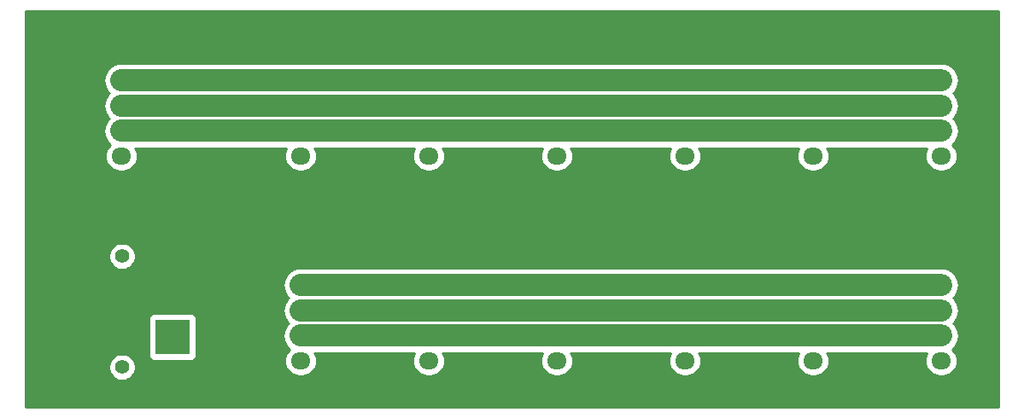
<source format=gbr>
%TF.GenerationSoftware,KiCad,Pcbnew,(5.1.9)-1*%
%TF.CreationDate,2021-11-24T00:24:37+00:00*%
%TF.ProjectId,4S parallel board,34532070-6172-4616-9c6c-656c20626f61,rev?*%
%TF.SameCoordinates,Original*%
%TF.FileFunction,Copper,L1,Top*%
%TF.FilePolarity,Positive*%
%FSLAX46Y46*%
G04 Gerber Fmt 4.6, Leading zero omitted, Abs format (unit mm)*
G04 Created by KiCad (PCBNEW (5.1.9)-1) date 2021-11-24 00:24:37*
%MOMM*%
%LPD*%
G01*
G04 APERTURE LIST*
%TA.AperFunction,ComponentPad*%
%ADD10O,1.950000X1.700000*%
%TD*%
%TA.AperFunction,ComponentPad*%
%ADD11C,1.400000*%
%TD*%
%TA.AperFunction,ComponentPad*%
%ADD12R,3.500000X3.500000*%
%TD*%
%TA.AperFunction,ComponentPad*%
%ADD13C,3.500000*%
%TD*%
%TA.AperFunction,Conductor*%
%ADD14C,2.200000*%
%TD*%
%TA.AperFunction,Conductor*%
%ADD15C,0.254000*%
%TD*%
%TA.AperFunction,Conductor*%
%ADD16C,0.100000*%
%TD*%
G04 APERTURE END LIST*
%TO.P,J8,1*%
%TO.N,VCC*%
%TA.AperFunction,ComponentPad*%
G36*
G01*
X166915000Y-96940000D02*
X168365000Y-96940000D01*
G75*
G02*
X168615000Y-97190000I0J-250000D01*
G01*
X168615000Y-98390000D01*
G75*
G02*
X168365000Y-98640000I-250000J0D01*
G01*
X166915000Y-98640000D01*
G75*
G02*
X166665000Y-98390000I0J250000D01*
G01*
X166665000Y-97190000D01*
G75*
G02*
X166915000Y-96940000I250000J0D01*
G01*
G37*
%TD.AperFunction*%
D10*
%TO.P,J8,2*%
%TO.N,/B2*%
X167640000Y-100290000D03*
%TO.P,J8,3*%
%TO.N,/B3*%
X167640000Y-102790000D03*
%TO.P,J8,4*%
%TO.N,/B4*%
X167640000Y-105290000D03*
%TO.P,J8,5*%
%TO.N,GND*%
X167640000Y-107790000D03*
%TD*%
%TO.P,J14,1*%
%TO.N,VCC*%
%TA.AperFunction,ComponentPad*%
G36*
G01*
X166915000Y-117260000D02*
X168365000Y-117260000D01*
G75*
G02*
X168615000Y-117510000I0J-250000D01*
G01*
X168615000Y-118710000D01*
G75*
G02*
X168365000Y-118960000I-250000J0D01*
G01*
X166915000Y-118960000D01*
G75*
G02*
X166665000Y-118710000I0J250000D01*
G01*
X166665000Y-117510000D01*
G75*
G02*
X166915000Y-117260000I250000J0D01*
G01*
G37*
%TD.AperFunction*%
%TO.P,J14,2*%
%TO.N,/B2*%
X167640000Y-120610000D03*
%TO.P,J14,3*%
%TO.N,/B3*%
X167640000Y-123110000D03*
%TO.P,J14,4*%
%TO.N,/B4*%
X167640000Y-125610000D03*
%TO.P,J14,5*%
%TO.N,GND*%
X167640000Y-128110000D03*
%TD*%
%TO.P,J13,1*%
%TO.N,VCC*%
%TA.AperFunction,ComponentPad*%
G36*
G01*
X154215000Y-117260000D02*
X155665000Y-117260000D01*
G75*
G02*
X155915000Y-117510000I0J-250000D01*
G01*
X155915000Y-118710000D01*
G75*
G02*
X155665000Y-118960000I-250000J0D01*
G01*
X154215000Y-118960000D01*
G75*
G02*
X153965000Y-118710000I0J250000D01*
G01*
X153965000Y-117510000D01*
G75*
G02*
X154215000Y-117260000I250000J0D01*
G01*
G37*
%TD.AperFunction*%
%TO.P,J13,2*%
%TO.N,/B2*%
X154940000Y-120610000D03*
%TO.P,J13,3*%
%TO.N,/B3*%
X154940000Y-123110000D03*
%TO.P,J13,4*%
%TO.N,/B4*%
X154940000Y-125610000D03*
%TO.P,J13,5*%
%TO.N,GND*%
X154940000Y-128110000D03*
%TD*%
%TO.P,J12,1*%
%TO.N,VCC*%
%TA.AperFunction,ComponentPad*%
G36*
G01*
X141515000Y-117260000D02*
X142965000Y-117260000D01*
G75*
G02*
X143215000Y-117510000I0J-250000D01*
G01*
X143215000Y-118710000D01*
G75*
G02*
X142965000Y-118960000I-250000J0D01*
G01*
X141515000Y-118960000D01*
G75*
G02*
X141265000Y-118710000I0J250000D01*
G01*
X141265000Y-117510000D01*
G75*
G02*
X141515000Y-117260000I250000J0D01*
G01*
G37*
%TD.AperFunction*%
%TO.P,J12,2*%
%TO.N,/B2*%
X142240000Y-120610000D03*
%TO.P,J12,3*%
%TO.N,/B3*%
X142240000Y-123110000D03*
%TO.P,J12,4*%
%TO.N,/B4*%
X142240000Y-125610000D03*
%TO.P,J12,5*%
%TO.N,GND*%
X142240000Y-128110000D03*
%TD*%
%TO.P,J11,1*%
%TO.N,VCC*%
%TA.AperFunction,ComponentPad*%
G36*
G01*
X128815000Y-117260000D02*
X130265000Y-117260000D01*
G75*
G02*
X130515000Y-117510000I0J-250000D01*
G01*
X130515000Y-118710000D01*
G75*
G02*
X130265000Y-118960000I-250000J0D01*
G01*
X128815000Y-118960000D01*
G75*
G02*
X128565000Y-118710000I0J250000D01*
G01*
X128565000Y-117510000D01*
G75*
G02*
X128815000Y-117260000I250000J0D01*
G01*
G37*
%TD.AperFunction*%
%TO.P,J11,2*%
%TO.N,/B2*%
X129540000Y-120610000D03*
%TO.P,J11,3*%
%TO.N,/B3*%
X129540000Y-123110000D03*
%TO.P,J11,4*%
%TO.N,/B4*%
X129540000Y-125610000D03*
%TO.P,J11,5*%
%TO.N,GND*%
X129540000Y-128110000D03*
%TD*%
%TO.P,J10,1*%
%TO.N,VCC*%
%TA.AperFunction,ComponentPad*%
G36*
G01*
X116115000Y-117260000D02*
X117565000Y-117260000D01*
G75*
G02*
X117815000Y-117510000I0J-250000D01*
G01*
X117815000Y-118710000D01*
G75*
G02*
X117565000Y-118960000I-250000J0D01*
G01*
X116115000Y-118960000D01*
G75*
G02*
X115865000Y-118710000I0J250000D01*
G01*
X115865000Y-117510000D01*
G75*
G02*
X116115000Y-117260000I250000J0D01*
G01*
G37*
%TD.AperFunction*%
%TO.P,J10,2*%
%TO.N,/B2*%
X116840000Y-120610000D03*
%TO.P,J10,3*%
%TO.N,/B3*%
X116840000Y-123110000D03*
%TO.P,J10,4*%
%TO.N,/B4*%
X116840000Y-125610000D03*
%TO.P,J10,5*%
%TO.N,GND*%
X116840000Y-128110000D03*
%TD*%
%TO.P,J9,1*%
%TO.N,VCC*%
%TA.AperFunction,ComponentPad*%
G36*
G01*
X103415000Y-117260000D02*
X104865000Y-117260000D01*
G75*
G02*
X105115000Y-117510000I0J-250000D01*
G01*
X105115000Y-118710000D01*
G75*
G02*
X104865000Y-118960000I-250000J0D01*
G01*
X103415000Y-118960000D01*
G75*
G02*
X103165000Y-118710000I0J250000D01*
G01*
X103165000Y-117510000D01*
G75*
G02*
X103415000Y-117260000I250000J0D01*
G01*
G37*
%TD.AperFunction*%
%TO.P,J9,2*%
%TO.N,/B2*%
X104140000Y-120610000D03*
%TO.P,J9,3*%
%TO.N,/B3*%
X104140000Y-123110000D03*
%TO.P,J9,4*%
%TO.N,/B4*%
X104140000Y-125610000D03*
%TO.P,J9,5*%
%TO.N,GND*%
X104140000Y-128110000D03*
%TD*%
%TO.P,J7,1*%
%TO.N,VCC*%
%TA.AperFunction,ComponentPad*%
G36*
G01*
X154215000Y-96940000D02*
X155665000Y-96940000D01*
G75*
G02*
X155915000Y-97190000I0J-250000D01*
G01*
X155915000Y-98390000D01*
G75*
G02*
X155665000Y-98640000I-250000J0D01*
G01*
X154215000Y-98640000D01*
G75*
G02*
X153965000Y-98390000I0J250000D01*
G01*
X153965000Y-97190000D01*
G75*
G02*
X154215000Y-96940000I250000J0D01*
G01*
G37*
%TD.AperFunction*%
%TO.P,J7,2*%
%TO.N,/B2*%
X154940000Y-100290000D03*
%TO.P,J7,3*%
%TO.N,/B3*%
X154940000Y-102790000D03*
%TO.P,J7,4*%
%TO.N,/B4*%
X154940000Y-105290000D03*
%TO.P,J7,5*%
%TO.N,GND*%
X154940000Y-107790000D03*
%TD*%
%TO.P,J6,1*%
%TO.N,VCC*%
%TA.AperFunction,ComponentPad*%
G36*
G01*
X141515000Y-96940000D02*
X142965000Y-96940000D01*
G75*
G02*
X143215000Y-97190000I0J-250000D01*
G01*
X143215000Y-98390000D01*
G75*
G02*
X142965000Y-98640000I-250000J0D01*
G01*
X141515000Y-98640000D01*
G75*
G02*
X141265000Y-98390000I0J250000D01*
G01*
X141265000Y-97190000D01*
G75*
G02*
X141515000Y-96940000I250000J0D01*
G01*
G37*
%TD.AperFunction*%
%TO.P,J6,2*%
%TO.N,/B2*%
X142240000Y-100290000D03*
%TO.P,J6,3*%
%TO.N,/B3*%
X142240000Y-102790000D03*
%TO.P,J6,4*%
%TO.N,/B4*%
X142240000Y-105290000D03*
%TO.P,J6,5*%
%TO.N,GND*%
X142240000Y-107790000D03*
%TD*%
%TO.P,J5,1*%
%TO.N,VCC*%
%TA.AperFunction,ComponentPad*%
G36*
G01*
X128815000Y-96940000D02*
X130265000Y-96940000D01*
G75*
G02*
X130515000Y-97190000I0J-250000D01*
G01*
X130515000Y-98390000D01*
G75*
G02*
X130265000Y-98640000I-250000J0D01*
G01*
X128815000Y-98640000D01*
G75*
G02*
X128565000Y-98390000I0J250000D01*
G01*
X128565000Y-97190000D01*
G75*
G02*
X128815000Y-96940000I250000J0D01*
G01*
G37*
%TD.AperFunction*%
%TO.P,J5,2*%
%TO.N,/B2*%
X129540000Y-100290000D03*
%TO.P,J5,3*%
%TO.N,/B3*%
X129540000Y-102790000D03*
%TO.P,J5,4*%
%TO.N,/B4*%
X129540000Y-105290000D03*
%TO.P,J5,5*%
%TO.N,GND*%
X129540000Y-107790000D03*
%TD*%
%TO.P,J4,1*%
%TO.N,VCC*%
%TA.AperFunction,ComponentPad*%
G36*
G01*
X116115000Y-96940000D02*
X117565000Y-96940000D01*
G75*
G02*
X117815000Y-97190000I0J-250000D01*
G01*
X117815000Y-98390000D01*
G75*
G02*
X117565000Y-98640000I-250000J0D01*
G01*
X116115000Y-98640000D01*
G75*
G02*
X115865000Y-98390000I0J250000D01*
G01*
X115865000Y-97190000D01*
G75*
G02*
X116115000Y-96940000I250000J0D01*
G01*
G37*
%TD.AperFunction*%
%TO.P,J4,2*%
%TO.N,/B2*%
X116840000Y-100290000D03*
%TO.P,J4,3*%
%TO.N,/B3*%
X116840000Y-102790000D03*
%TO.P,J4,4*%
%TO.N,/B4*%
X116840000Y-105290000D03*
%TO.P,J4,5*%
%TO.N,GND*%
X116840000Y-107790000D03*
%TD*%
%TO.P,J3,1*%
%TO.N,VCC*%
%TA.AperFunction,ComponentPad*%
G36*
G01*
X103415000Y-96940000D02*
X104865000Y-96940000D01*
G75*
G02*
X105115000Y-97190000I0J-250000D01*
G01*
X105115000Y-98390000D01*
G75*
G02*
X104865000Y-98640000I-250000J0D01*
G01*
X103415000Y-98640000D01*
G75*
G02*
X103165000Y-98390000I0J250000D01*
G01*
X103165000Y-97190000D01*
G75*
G02*
X103415000Y-96940000I250000J0D01*
G01*
G37*
%TD.AperFunction*%
%TO.P,J3,2*%
%TO.N,/B2*%
X104140000Y-100290000D03*
%TO.P,J3,3*%
%TO.N,/B3*%
X104140000Y-102790000D03*
%TO.P,J3,4*%
%TO.N,/B4*%
X104140000Y-105290000D03*
%TO.P,J3,5*%
%TO.N,GND*%
X104140000Y-107790000D03*
%TD*%
%TO.P,J2,5*%
%TO.N,GND*%
X86360000Y-107790000D03*
%TO.P,J2,4*%
%TO.N,/B4*%
X86360000Y-105290000D03*
%TO.P,J2,3*%
%TO.N,/B3*%
X86360000Y-102790000D03*
%TO.P,J2,2*%
%TO.N,/B2*%
X86360000Y-100290000D03*
%TO.P,J2,1*%
%TO.N,VCC*%
%TA.AperFunction,ComponentPad*%
G36*
G01*
X85635000Y-96940000D02*
X87085000Y-96940000D01*
G75*
G02*
X87335000Y-97190000I0J-250000D01*
G01*
X87335000Y-98390000D01*
G75*
G02*
X87085000Y-98640000I-250000J0D01*
G01*
X85635000Y-98640000D01*
G75*
G02*
X85385000Y-98390000I0J250000D01*
G01*
X85385000Y-97190000D01*
G75*
G02*
X85635000Y-96940000I250000J0D01*
G01*
G37*
%TD.AperFunction*%
%TD*%
D11*
%TO.P,J1,*%
%TO.N,*%
X86440000Y-128730000D03*
X86440000Y-117730000D03*
D12*
%TO.P,J1,1*%
%TO.N,GND*%
X91440000Y-125730000D03*
D13*
%TO.P,J1,2*%
%TO.N,VCC*%
X91440000Y-120730000D03*
%TD*%
D14*
%TO.N,/B4*%
X86360000Y-105290000D02*
X167640000Y-105290000D01*
X167640000Y-125610000D02*
X104140000Y-125610000D01*
%TO.N,/B3*%
X86360000Y-102790000D02*
X167640000Y-102790000D01*
X104140000Y-123110000D02*
X167640000Y-123110000D01*
%TO.N,/B2*%
X86360000Y-100290000D02*
X167640000Y-100290000D01*
X104140000Y-120610000D02*
X167640000Y-120610000D01*
%TD*%
D15*
%TO.N,VCC*%
X173305001Y-132665000D02*
X76885000Y-132665000D01*
X76885000Y-128598514D01*
X85105000Y-128598514D01*
X85105000Y-128861486D01*
X85156304Y-129119405D01*
X85256939Y-129362359D01*
X85403038Y-129581013D01*
X85588987Y-129766962D01*
X85807641Y-129913061D01*
X86050595Y-130013696D01*
X86308514Y-130065000D01*
X86571486Y-130065000D01*
X86829405Y-130013696D01*
X87072359Y-129913061D01*
X87291013Y-129766962D01*
X87476962Y-129581013D01*
X87623061Y-129362359D01*
X87723696Y-129119405D01*
X87775000Y-128861486D01*
X87775000Y-128598514D01*
X87723696Y-128340595D01*
X87623061Y-128097641D01*
X87476962Y-127878987D01*
X87291013Y-127693038D01*
X87072359Y-127546939D01*
X86829405Y-127446304D01*
X86571486Y-127395000D01*
X86308514Y-127395000D01*
X86050595Y-127446304D01*
X85807641Y-127546939D01*
X85588987Y-127693038D01*
X85403038Y-127878987D01*
X85256939Y-128097641D01*
X85156304Y-128340595D01*
X85105000Y-128598514D01*
X76885000Y-128598514D01*
X76885000Y-123980000D01*
X89051928Y-123980000D01*
X89051928Y-127480000D01*
X89064188Y-127604482D01*
X89100498Y-127724180D01*
X89159463Y-127834494D01*
X89238815Y-127931185D01*
X89335506Y-128010537D01*
X89445820Y-128069502D01*
X89565518Y-128105812D01*
X89690000Y-128118072D01*
X93190000Y-128118072D01*
X93314482Y-128105812D01*
X93434180Y-128069502D01*
X93544494Y-128010537D01*
X93641185Y-127931185D01*
X93720537Y-127834494D01*
X93779502Y-127724180D01*
X93815812Y-127604482D01*
X93828072Y-127480000D01*
X93828072Y-123980000D01*
X93815812Y-123855518D01*
X93779502Y-123735820D01*
X93720537Y-123625506D01*
X93641185Y-123528815D01*
X93544494Y-123449463D01*
X93434180Y-123390498D01*
X93314482Y-123354188D01*
X93190000Y-123341928D01*
X89690000Y-123341928D01*
X89565518Y-123354188D01*
X89445820Y-123390498D01*
X89335506Y-123449463D01*
X89238815Y-123528815D01*
X89159463Y-123625506D01*
X89100498Y-123735820D01*
X89064188Y-123855518D01*
X89051928Y-123980000D01*
X76885000Y-123980000D01*
X76885000Y-120610000D01*
X102396606Y-120610000D01*
X102430105Y-120950119D01*
X102529314Y-121277168D01*
X102690421Y-121578578D01*
X102907234Y-121842766D01*
X102928234Y-121860000D01*
X102907234Y-121877234D01*
X102690421Y-122141422D01*
X102529314Y-122442832D01*
X102430105Y-122769881D01*
X102396606Y-123110000D01*
X102430105Y-123450119D01*
X102529314Y-123777168D01*
X102690421Y-124078578D01*
X102907234Y-124342766D01*
X102928234Y-124360000D01*
X102907234Y-124377234D01*
X102690421Y-124641422D01*
X102529314Y-124942832D01*
X102430105Y-125269881D01*
X102396606Y-125610000D01*
X102430105Y-125950119D01*
X102529314Y-126277168D01*
X102690421Y-126578578D01*
X102907234Y-126842766D01*
X103062772Y-126970413D01*
X102959866Y-127054866D01*
X102774294Y-127280986D01*
X102636401Y-127538966D01*
X102551487Y-127818889D01*
X102522815Y-128110000D01*
X102551487Y-128401111D01*
X102636401Y-128681034D01*
X102774294Y-128939014D01*
X102959866Y-129165134D01*
X103185986Y-129350706D01*
X103443966Y-129488599D01*
X103723889Y-129573513D01*
X103942050Y-129595000D01*
X104337950Y-129595000D01*
X104556111Y-129573513D01*
X104836034Y-129488599D01*
X105094014Y-129350706D01*
X105320134Y-129165134D01*
X105505706Y-128939014D01*
X105643599Y-128681034D01*
X105728513Y-128401111D01*
X105757185Y-128110000D01*
X105728513Y-127818889D01*
X105643599Y-127538966D01*
X105539922Y-127345000D01*
X115440078Y-127345000D01*
X115336401Y-127538966D01*
X115251487Y-127818889D01*
X115222815Y-128110000D01*
X115251487Y-128401111D01*
X115336401Y-128681034D01*
X115474294Y-128939014D01*
X115659866Y-129165134D01*
X115885986Y-129350706D01*
X116143966Y-129488599D01*
X116423889Y-129573513D01*
X116642050Y-129595000D01*
X117037950Y-129595000D01*
X117256111Y-129573513D01*
X117536034Y-129488599D01*
X117794014Y-129350706D01*
X118020134Y-129165134D01*
X118205706Y-128939014D01*
X118343599Y-128681034D01*
X118428513Y-128401111D01*
X118457185Y-128110000D01*
X118428513Y-127818889D01*
X118343599Y-127538966D01*
X118239922Y-127345000D01*
X128140078Y-127345000D01*
X128036401Y-127538966D01*
X127951487Y-127818889D01*
X127922815Y-128110000D01*
X127951487Y-128401111D01*
X128036401Y-128681034D01*
X128174294Y-128939014D01*
X128359866Y-129165134D01*
X128585986Y-129350706D01*
X128843966Y-129488599D01*
X129123889Y-129573513D01*
X129342050Y-129595000D01*
X129737950Y-129595000D01*
X129956111Y-129573513D01*
X130236034Y-129488599D01*
X130494014Y-129350706D01*
X130720134Y-129165134D01*
X130905706Y-128939014D01*
X131043599Y-128681034D01*
X131128513Y-128401111D01*
X131157185Y-128110000D01*
X131128513Y-127818889D01*
X131043599Y-127538966D01*
X130939922Y-127345000D01*
X140840078Y-127345000D01*
X140736401Y-127538966D01*
X140651487Y-127818889D01*
X140622815Y-128110000D01*
X140651487Y-128401111D01*
X140736401Y-128681034D01*
X140874294Y-128939014D01*
X141059866Y-129165134D01*
X141285986Y-129350706D01*
X141543966Y-129488599D01*
X141823889Y-129573513D01*
X142042050Y-129595000D01*
X142437950Y-129595000D01*
X142656111Y-129573513D01*
X142936034Y-129488599D01*
X143194014Y-129350706D01*
X143420134Y-129165134D01*
X143605706Y-128939014D01*
X143743599Y-128681034D01*
X143828513Y-128401111D01*
X143857185Y-128110000D01*
X143828513Y-127818889D01*
X143743599Y-127538966D01*
X143639922Y-127345000D01*
X153540078Y-127345000D01*
X153436401Y-127538966D01*
X153351487Y-127818889D01*
X153322815Y-128110000D01*
X153351487Y-128401111D01*
X153436401Y-128681034D01*
X153574294Y-128939014D01*
X153759866Y-129165134D01*
X153985986Y-129350706D01*
X154243966Y-129488599D01*
X154523889Y-129573513D01*
X154742050Y-129595000D01*
X155137950Y-129595000D01*
X155356111Y-129573513D01*
X155636034Y-129488599D01*
X155894014Y-129350706D01*
X156120134Y-129165134D01*
X156305706Y-128939014D01*
X156443599Y-128681034D01*
X156528513Y-128401111D01*
X156557185Y-128110000D01*
X156528513Y-127818889D01*
X156443599Y-127538966D01*
X156339922Y-127345000D01*
X166240078Y-127345000D01*
X166136401Y-127538966D01*
X166051487Y-127818889D01*
X166022815Y-128110000D01*
X166051487Y-128401111D01*
X166136401Y-128681034D01*
X166274294Y-128939014D01*
X166459866Y-129165134D01*
X166685986Y-129350706D01*
X166943966Y-129488599D01*
X167223889Y-129573513D01*
X167442050Y-129595000D01*
X167837950Y-129595000D01*
X168056111Y-129573513D01*
X168336034Y-129488599D01*
X168594014Y-129350706D01*
X168820134Y-129165134D01*
X169005706Y-128939014D01*
X169143599Y-128681034D01*
X169228513Y-128401111D01*
X169257185Y-128110000D01*
X169228513Y-127818889D01*
X169143599Y-127538966D01*
X169005706Y-127280986D01*
X168820134Y-127054866D01*
X168717228Y-126970413D01*
X168872766Y-126842766D01*
X169089579Y-126578578D01*
X169250686Y-126277168D01*
X169349895Y-125950119D01*
X169383394Y-125610000D01*
X169349895Y-125269881D01*
X169250686Y-124942832D01*
X169089579Y-124641422D01*
X168872766Y-124377234D01*
X168851766Y-124360000D01*
X168872766Y-124342766D01*
X169089579Y-124078578D01*
X169250686Y-123777168D01*
X169349895Y-123450119D01*
X169383394Y-123110000D01*
X169349895Y-122769881D01*
X169250686Y-122442832D01*
X169089579Y-122141422D01*
X168872766Y-121877234D01*
X168851766Y-121860000D01*
X168872766Y-121842766D01*
X169089579Y-121578578D01*
X169250686Y-121277168D01*
X169349895Y-120950119D01*
X169383394Y-120610000D01*
X169349895Y-120269881D01*
X169250686Y-119942832D01*
X169089579Y-119641422D01*
X168872766Y-119377234D01*
X168608578Y-119160421D01*
X168307168Y-118999314D01*
X167980119Y-118900105D01*
X167725225Y-118875000D01*
X104054775Y-118875000D01*
X103799881Y-118900105D01*
X103472832Y-118999314D01*
X103171422Y-119160421D01*
X102907234Y-119377234D01*
X102690421Y-119641422D01*
X102529314Y-119942832D01*
X102430105Y-120269881D01*
X102396606Y-120610000D01*
X76885000Y-120610000D01*
X76885000Y-117598514D01*
X85105000Y-117598514D01*
X85105000Y-117861486D01*
X85156304Y-118119405D01*
X85256939Y-118362359D01*
X85403038Y-118581013D01*
X85588987Y-118766962D01*
X85807641Y-118913061D01*
X86050595Y-119013696D01*
X86308514Y-119065000D01*
X86571486Y-119065000D01*
X86829405Y-119013696D01*
X87072359Y-118913061D01*
X87291013Y-118766962D01*
X87476962Y-118581013D01*
X87623061Y-118362359D01*
X87723696Y-118119405D01*
X87775000Y-117861486D01*
X87775000Y-117598514D01*
X87723696Y-117340595D01*
X87623061Y-117097641D01*
X87476962Y-116878987D01*
X87291013Y-116693038D01*
X87072359Y-116546939D01*
X86829405Y-116446304D01*
X86571486Y-116395000D01*
X86308514Y-116395000D01*
X86050595Y-116446304D01*
X85807641Y-116546939D01*
X85588987Y-116693038D01*
X85403038Y-116878987D01*
X85256939Y-117097641D01*
X85156304Y-117340595D01*
X85105000Y-117598514D01*
X76885000Y-117598514D01*
X76885000Y-100290000D01*
X84616606Y-100290000D01*
X84650105Y-100630119D01*
X84749314Y-100957168D01*
X84910421Y-101258578D01*
X85127234Y-101522766D01*
X85148234Y-101540000D01*
X85127234Y-101557234D01*
X84910421Y-101821422D01*
X84749314Y-102122832D01*
X84650105Y-102449881D01*
X84616606Y-102790000D01*
X84650105Y-103130119D01*
X84749314Y-103457168D01*
X84910421Y-103758578D01*
X85127234Y-104022766D01*
X85148234Y-104040000D01*
X85127234Y-104057234D01*
X84910421Y-104321422D01*
X84749314Y-104622832D01*
X84650105Y-104949881D01*
X84616606Y-105290000D01*
X84650105Y-105630119D01*
X84749314Y-105957168D01*
X84910421Y-106258578D01*
X85127234Y-106522766D01*
X85282772Y-106650413D01*
X85179866Y-106734866D01*
X84994294Y-106960986D01*
X84856401Y-107218966D01*
X84771487Y-107498889D01*
X84742815Y-107790000D01*
X84771487Y-108081111D01*
X84856401Y-108361034D01*
X84994294Y-108619014D01*
X85179866Y-108845134D01*
X85405986Y-109030706D01*
X85663966Y-109168599D01*
X85943889Y-109253513D01*
X86162050Y-109275000D01*
X86557950Y-109275000D01*
X86776111Y-109253513D01*
X87056034Y-109168599D01*
X87314014Y-109030706D01*
X87540134Y-108845134D01*
X87725706Y-108619014D01*
X87863599Y-108361034D01*
X87948513Y-108081111D01*
X87977185Y-107790000D01*
X87948513Y-107498889D01*
X87863599Y-107218966D01*
X87759922Y-107025000D01*
X102740078Y-107025000D01*
X102636401Y-107218966D01*
X102551487Y-107498889D01*
X102522815Y-107790000D01*
X102551487Y-108081111D01*
X102636401Y-108361034D01*
X102774294Y-108619014D01*
X102959866Y-108845134D01*
X103185986Y-109030706D01*
X103443966Y-109168599D01*
X103723889Y-109253513D01*
X103942050Y-109275000D01*
X104337950Y-109275000D01*
X104556111Y-109253513D01*
X104836034Y-109168599D01*
X105094014Y-109030706D01*
X105320134Y-108845134D01*
X105505706Y-108619014D01*
X105643599Y-108361034D01*
X105728513Y-108081111D01*
X105757185Y-107790000D01*
X105728513Y-107498889D01*
X105643599Y-107218966D01*
X105539922Y-107025000D01*
X115440078Y-107025000D01*
X115336401Y-107218966D01*
X115251487Y-107498889D01*
X115222815Y-107790000D01*
X115251487Y-108081111D01*
X115336401Y-108361034D01*
X115474294Y-108619014D01*
X115659866Y-108845134D01*
X115885986Y-109030706D01*
X116143966Y-109168599D01*
X116423889Y-109253513D01*
X116642050Y-109275000D01*
X117037950Y-109275000D01*
X117256111Y-109253513D01*
X117536034Y-109168599D01*
X117794014Y-109030706D01*
X118020134Y-108845134D01*
X118205706Y-108619014D01*
X118343599Y-108361034D01*
X118428513Y-108081111D01*
X118457185Y-107790000D01*
X118428513Y-107498889D01*
X118343599Y-107218966D01*
X118239922Y-107025000D01*
X128140078Y-107025000D01*
X128036401Y-107218966D01*
X127951487Y-107498889D01*
X127922815Y-107790000D01*
X127951487Y-108081111D01*
X128036401Y-108361034D01*
X128174294Y-108619014D01*
X128359866Y-108845134D01*
X128585986Y-109030706D01*
X128843966Y-109168599D01*
X129123889Y-109253513D01*
X129342050Y-109275000D01*
X129737950Y-109275000D01*
X129956111Y-109253513D01*
X130236034Y-109168599D01*
X130494014Y-109030706D01*
X130720134Y-108845134D01*
X130905706Y-108619014D01*
X131043599Y-108361034D01*
X131128513Y-108081111D01*
X131157185Y-107790000D01*
X131128513Y-107498889D01*
X131043599Y-107218966D01*
X130939922Y-107025000D01*
X140840078Y-107025000D01*
X140736401Y-107218966D01*
X140651487Y-107498889D01*
X140622815Y-107790000D01*
X140651487Y-108081111D01*
X140736401Y-108361034D01*
X140874294Y-108619014D01*
X141059866Y-108845134D01*
X141285986Y-109030706D01*
X141543966Y-109168599D01*
X141823889Y-109253513D01*
X142042050Y-109275000D01*
X142437950Y-109275000D01*
X142656111Y-109253513D01*
X142936034Y-109168599D01*
X143194014Y-109030706D01*
X143420134Y-108845134D01*
X143605706Y-108619014D01*
X143743599Y-108361034D01*
X143828513Y-108081111D01*
X143857185Y-107790000D01*
X143828513Y-107498889D01*
X143743599Y-107218966D01*
X143639922Y-107025000D01*
X153540078Y-107025000D01*
X153436401Y-107218966D01*
X153351487Y-107498889D01*
X153322815Y-107790000D01*
X153351487Y-108081111D01*
X153436401Y-108361034D01*
X153574294Y-108619014D01*
X153759866Y-108845134D01*
X153985986Y-109030706D01*
X154243966Y-109168599D01*
X154523889Y-109253513D01*
X154742050Y-109275000D01*
X155137950Y-109275000D01*
X155356111Y-109253513D01*
X155636034Y-109168599D01*
X155894014Y-109030706D01*
X156120134Y-108845134D01*
X156305706Y-108619014D01*
X156443599Y-108361034D01*
X156528513Y-108081111D01*
X156557185Y-107790000D01*
X156528513Y-107498889D01*
X156443599Y-107218966D01*
X156339922Y-107025000D01*
X166240078Y-107025000D01*
X166136401Y-107218966D01*
X166051487Y-107498889D01*
X166022815Y-107790000D01*
X166051487Y-108081111D01*
X166136401Y-108361034D01*
X166274294Y-108619014D01*
X166459866Y-108845134D01*
X166685986Y-109030706D01*
X166943966Y-109168599D01*
X167223889Y-109253513D01*
X167442050Y-109275000D01*
X167837950Y-109275000D01*
X168056111Y-109253513D01*
X168336034Y-109168599D01*
X168594014Y-109030706D01*
X168820134Y-108845134D01*
X169005706Y-108619014D01*
X169143599Y-108361034D01*
X169228513Y-108081111D01*
X169257185Y-107790000D01*
X169228513Y-107498889D01*
X169143599Y-107218966D01*
X169005706Y-106960986D01*
X168820134Y-106734866D01*
X168717228Y-106650413D01*
X168872766Y-106522766D01*
X169089579Y-106258578D01*
X169250686Y-105957168D01*
X169349895Y-105630119D01*
X169383394Y-105290000D01*
X169349895Y-104949881D01*
X169250686Y-104622832D01*
X169089579Y-104321422D01*
X168872766Y-104057234D01*
X168851766Y-104040000D01*
X168872766Y-104022766D01*
X169089579Y-103758578D01*
X169250686Y-103457168D01*
X169349895Y-103130119D01*
X169383394Y-102790000D01*
X169349895Y-102449881D01*
X169250686Y-102122832D01*
X169089579Y-101821422D01*
X168872766Y-101557234D01*
X168851766Y-101540000D01*
X168872766Y-101522766D01*
X169089579Y-101258578D01*
X169250686Y-100957168D01*
X169349895Y-100630119D01*
X169383394Y-100290000D01*
X169349895Y-99949881D01*
X169250686Y-99622832D01*
X169089579Y-99321422D01*
X168872766Y-99057234D01*
X168608578Y-98840421D01*
X168307168Y-98679314D01*
X167980119Y-98580105D01*
X167725225Y-98555000D01*
X86274775Y-98555000D01*
X86019881Y-98580105D01*
X85692832Y-98679314D01*
X85391422Y-98840421D01*
X85127234Y-99057234D01*
X84910421Y-99321422D01*
X84749314Y-99622832D01*
X84650105Y-99949881D01*
X84616606Y-100290000D01*
X76885000Y-100290000D01*
X76885000Y-93395000D01*
X173305000Y-93395000D01*
X173305001Y-132665000D01*
%TA.AperFunction,Conductor*%
D16*
G36*
X173305001Y-132665000D02*
G01*
X76885000Y-132665000D01*
X76885000Y-128598514D01*
X85105000Y-128598514D01*
X85105000Y-128861486D01*
X85156304Y-129119405D01*
X85256939Y-129362359D01*
X85403038Y-129581013D01*
X85588987Y-129766962D01*
X85807641Y-129913061D01*
X86050595Y-130013696D01*
X86308514Y-130065000D01*
X86571486Y-130065000D01*
X86829405Y-130013696D01*
X87072359Y-129913061D01*
X87291013Y-129766962D01*
X87476962Y-129581013D01*
X87623061Y-129362359D01*
X87723696Y-129119405D01*
X87775000Y-128861486D01*
X87775000Y-128598514D01*
X87723696Y-128340595D01*
X87623061Y-128097641D01*
X87476962Y-127878987D01*
X87291013Y-127693038D01*
X87072359Y-127546939D01*
X86829405Y-127446304D01*
X86571486Y-127395000D01*
X86308514Y-127395000D01*
X86050595Y-127446304D01*
X85807641Y-127546939D01*
X85588987Y-127693038D01*
X85403038Y-127878987D01*
X85256939Y-128097641D01*
X85156304Y-128340595D01*
X85105000Y-128598514D01*
X76885000Y-128598514D01*
X76885000Y-123980000D01*
X89051928Y-123980000D01*
X89051928Y-127480000D01*
X89064188Y-127604482D01*
X89100498Y-127724180D01*
X89159463Y-127834494D01*
X89238815Y-127931185D01*
X89335506Y-128010537D01*
X89445820Y-128069502D01*
X89565518Y-128105812D01*
X89690000Y-128118072D01*
X93190000Y-128118072D01*
X93314482Y-128105812D01*
X93434180Y-128069502D01*
X93544494Y-128010537D01*
X93641185Y-127931185D01*
X93720537Y-127834494D01*
X93779502Y-127724180D01*
X93815812Y-127604482D01*
X93828072Y-127480000D01*
X93828072Y-123980000D01*
X93815812Y-123855518D01*
X93779502Y-123735820D01*
X93720537Y-123625506D01*
X93641185Y-123528815D01*
X93544494Y-123449463D01*
X93434180Y-123390498D01*
X93314482Y-123354188D01*
X93190000Y-123341928D01*
X89690000Y-123341928D01*
X89565518Y-123354188D01*
X89445820Y-123390498D01*
X89335506Y-123449463D01*
X89238815Y-123528815D01*
X89159463Y-123625506D01*
X89100498Y-123735820D01*
X89064188Y-123855518D01*
X89051928Y-123980000D01*
X76885000Y-123980000D01*
X76885000Y-120610000D01*
X102396606Y-120610000D01*
X102430105Y-120950119D01*
X102529314Y-121277168D01*
X102690421Y-121578578D01*
X102907234Y-121842766D01*
X102928234Y-121860000D01*
X102907234Y-121877234D01*
X102690421Y-122141422D01*
X102529314Y-122442832D01*
X102430105Y-122769881D01*
X102396606Y-123110000D01*
X102430105Y-123450119D01*
X102529314Y-123777168D01*
X102690421Y-124078578D01*
X102907234Y-124342766D01*
X102928234Y-124360000D01*
X102907234Y-124377234D01*
X102690421Y-124641422D01*
X102529314Y-124942832D01*
X102430105Y-125269881D01*
X102396606Y-125610000D01*
X102430105Y-125950119D01*
X102529314Y-126277168D01*
X102690421Y-126578578D01*
X102907234Y-126842766D01*
X103062772Y-126970413D01*
X102959866Y-127054866D01*
X102774294Y-127280986D01*
X102636401Y-127538966D01*
X102551487Y-127818889D01*
X102522815Y-128110000D01*
X102551487Y-128401111D01*
X102636401Y-128681034D01*
X102774294Y-128939014D01*
X102959866Y-129165134D01*
X103185986Y-129350706D01*
X103443966Y-129488599D01*
X103723889Y-129573513D01*
X103942050Y-129595000D01*
X104337950Y-129595000D01*
X104556111Y-129573513D01*
X104836034Y-129488599D01*
X105094014Y-129350706D01*
X105320134Y-129165134D01*
X105505706Y-128939014D01*
X105643599Y-128681034D01*
X105728513Y-128401111D01*
X105757185Y-128110000D01*
X105728513Y-127818889D01*
X105643599Y-127538966D01*
X105539922Y-127345000D01*
X115440078Y-127345000D01*
X115336401Y-127538966D01*
X115251487Y-127818889D01*
X115222815Y-128110000D01*
X115251487Y-128401111D01*
X115336401Y-128681034D01*
X115474294Y-128939014D01*
X115659866Y-129165134D01*
X115885986Y-129350706D01*
X116143966Y-129488599D01*
X116423889Y-129573513D01*
X116642050Y-129595000D01*
X117037950Y-129595000D01*
X117256111Y-129573513D01*
X117536034Y-129488599D01*
X117794014Y-129350706D01*
X118020134Y-129165134D01*
X118205706Y-128939014D01*
X118343599Y-128681034D01*
X118428513Y-128401111D01*
X118457185Y-128110000D01*
X118428513Y-127818889D01*
X118343599Y-127538966D01*
X118239922Y-127345000D01*
X128140078Y-127345000D01*
X128036401Y-127538966D01*
X127951487Y-127818889D01*
X127922815Y-128110000D01*
X127951487Y-128401111D01*
X128036401Y-128681034D01*
X128174294Y-128939014D01*
X128359866Y-129165134D01*
X128585986Y-129350706D01*
X128843966Y-129488599D01*
X129123889Y-129573513D01*
X129342050Y-129595000D01*
X129737950Y-129595000D01*
X129956111Y-129573513D01*
X130236034Y-129488599D01*
X130494014Y-129350706D01*
X130720134Y-129165134D01*
X130905706Y-128939014D01*
X131043599Y-128681034D01*
X131128513Y-128401111D01*
X131157185Y-128110000D01*
X131128513Y-127818889D01*
X131043599Y-127538966D01*
X130939922Y-127345000D01*
X140840078Y-127345000D01*
X140736401Y-127538966D01*
X140651487Y-127818889D01*
X140622815Y-128110000D01*
X140651487Y-128401111D01*
X140736401Y-128681034D01*
X140874294Y-128939014D01*
X141059866Y-129165134D01*
X141285986Y-129350706D01*
X141543966Y-129488599D01*
X141823889Y-129573513D01*
X142042050Y-129595000D01*
X142437950Y-129595000D01*
X142656111Y-129573513D01*
X142936034Y-129488599D01*
X143194014Y-129350706D01*
X143420134Y-129165134D01*
X143605706Y-128939014D01*
X143743599Y-128681034D01*
X143828513Y-128401111D01*
X143857185Y-128110000D01*
X143828513Y-127818889D01*
X143743599Y-127538966D01*
X143639922Y-127345000D01*
X153540078Y-127345000D01*
X153436401Y-127538966D01*
X153351487Y-127818889D01*
X153322815Y-128110000D01*
X153351487Y-128401111D01*
X153436401Y-128681034D01*
X153574294Y-128939014D01*
X153759866Y-129165134D01*
X153985986Y-129350706D01*
X154243966Y-129488599D01*
X154523889Y-129573513D01*
X154742050Y-129595000D01*
X155137950Y-129595000D01*
X155356111Y-129573513D01*
X155636034Y-129488599D01*
X155894014Y-129350706D01*
X156120134Y-129165134D01*
X156305706Y-128939014D01*
X156443599Y-128681034D01*
X156528513Y-128401111D01*
X156557185Y-128110000D01*
X156528513Y-127818889D01*
X156443599Y-127538966D01*
X156339922Y-127345000D01*
X166240078Y-127345000D01*
X166136401Y-127538966D01*
X166051487Y-127818889D01*
X166022815Y-128110000D01*
X166051487Y-128401111D01*
X166136401Y-128681034D01*
X166274294Y-128939014D01*
X166459866Y-129165134D01*
X166685986Y-129350706D01*
X166943966Y-129488599D01*
X167223889Y-129573513D01*
X167442050Y-129595000D01*
X167837950Y-129595000D01*
X168056111Y-129573513D01*
X168336034Y-129488599D01*
X168594014Y-129350706D01*
X168820134Y-129165134D01*
X169005706Y-128939014D01*
X169143599Y-128681034D01*
X169228513Y-128401111D01*
X169257185Y-128110000D01*
X169228513Y-127818889D01*
X169143599Y-127538966D01*
X169005706Y-127280986D01*
X168820134Y-127054866D01*
X168717228Y-126970413D01*
X168872766Y-126842766D01*
X169089579Y-126578578D01*
X169250686Y-126277168D01*
X169349895Y-125950119D01*
X169383394Y-125610000D01*
X169349895Y-125269881D01*
X169250686Y-124942832D01*
X169089579Y-124641422D01*
X168872766Y-124377234D01*
X168851766Y-124360000D01*
X168872766Y-124342766D01*
X169089579Y-124078578D01*
X169250686Y-123777168D01*
X169349895Y-123450119D01*
X169383394Y-123110000D01*
X169349895Y-122769881D01*
X169250686Y-122442832D01*
X169089579Y-122141422D01*
X168872766Y-121877234D01*
X168851766Y-121860000D01*
X168872766Y-121842766D01*
X169089579Y-121578578D01*
X169250686Y-121277168D01*
X169349895Y-120950119D01*
X169383394Y-120610000D01*
X169349895Y-120269881D01*
X169250686Y-119942832D01*
X169089579Y-119641422D01*
X168872766Y-119377234D01*
X168608578Y-119160421D01*
X168307168Y-118999314D01*
X167980119Y-118900105D01*
X167725225Y-118875000D01*
X104054775Y-118875000D01*
X103799881Y-118900105D01*
X103472832Y-118999314D01*
X103171422Y-119160421D01*
X102907234Y-119377234D01*
X102690421Y-119641422D01*
X102529314Y-119942832D01*
X102430105Y-120269881D01*
X102396606Y-120610000D01*
X76885000Y-120610000D01*
X76885000Y-117598514D01*
X85105000Y-117598514D01*
X85105000Y-117861486D01*
X85156304Y-118119405D01*
X85256939Y-118362359D01*
X85403038Y-118581013D01*
X85588987Y-118766962D01*
X85807641Y-118913061D01*
X86050595Y-119013696D01*
X86308514Y-119065000D01*
X86571486Y-119065000D01*
X86829405Y-119013696D01*
X87072359Y-118913061D01*
X87291013Y-118766962D01*
X87476962Y-118581013D01*
X87623061Y-118362359D01*
X87723696Y-118119405D01*
X87775000Y-117861486D01*
X87775000Y-117598514D01*
X87723696Y-117340595D01*
X87623061Y-117097641D01*
X87476962Y-116878987D01*
X87291013Y-116693038D01*
X87072359Y-116546939D01*
X86829405Y-116446304D01*
X86571486Y-116395000D01*
X86308514Y-116395000D01*
X86050595Y-116446304D01*
X85807641Y-116546939D01*
X85588987Y-116693038D01*
X85403038Y-116878987D01*
X85256939Y-117097641D01*
X85156304Y-117340595D01*
X85105000Y-117598514D01*
X76885000Y-117598514D01*
X76885000Y-100290000D01*
X84616606Y-100290000D01*
X84650105Y-100630119D01*
X84749314Y-100957168D01*
X84910421Y-101258578D01*
X85127234Y-101522766D01*
X85148234Y-101540000D01*
X85127234Y-101557234D01*
X84910421Y-101821422D01*
X84749314Y-102122832D01*
X84650105Y-102449881D01*
X84616606Y-102790000D01*
X84650105Y-103130119D01*
X84749314Y-103457168D01*
X84910421Y-103758578D01*
X85127234Y-104022766D01*
X85148234Y-104040000D01*
X85127234Y-104057234D01*
X84910421Y-104321422D01*
X84749314Y-104622832D01*
X84650105Y-104949881D01*
X84616606Y-105290000D01*
X84650105Y-105630119D01*
X84749314Y-105957168D01*
X84910421Y-106258578D01*
X85127234Y-106522766D01*
X85282772Y-106650413D01*
X85179866Y-106734866D01*
X84994294Y-106960986D01*
X84856401Y-107218966D01*
X84771487Y-107498889D01*
X84742815Y-107790000D01*
X84771487Y-108081111D01*
X84856401Y-108361034D01*
X84994294Y-108619014D01*
X85179866Y-108845134D01*
X85405986Y-109030706D01*
X85663966Y-109168599D01*
X85943889Y-109253513D01*
X86162050Y-109275000D01*
X86557950Y-109275000D01*
X86776111Y-109253513D01*
X87056034Y-109168599D01*
X87314014Y-109030706D01*
X87540134Y-108845134D01*
X87725706Y-108619014D01*
X87863599Y-108361034D01*
X87948513Y-108081111D01*
X87977185Y-107790000D01*
X87948513Y-107498889D01*
X87863599Y-107218966D01*
X87759922Y-107025000D01*
X102740078Y-107025000D01*
X102636401Y-107218966D01*
X102551487Y-107498889D01*
X102522815Y-107790000D01*
X102551487Y-108081111D01*
X102636401Y-108361034D01*
X102774294Y-108619014D01*
X102959866Y-108845134D01*
X103185986Y-109030706D01*
X103443966Y-109168599D01*
X103723889Y-109253513D01*
X103942050Y-109275000D01*
X104337950Y-109275000D01*
X104556111Y-109253513D01*
X104836034Y-109168599D01*
X105094014Y-109030706D01*
X105320134Y-108845134D01*
X105505706Y-108619014D01*
X105643599Y-108361034D01*
X105728513Y-108081111D01*
X105757185Y-107790000D01*
X105728513Y-107498889D01*
X105643599Y-107218966D01*
X105539922Y-107025000D01*
X115440078Y-107025000D01*
X115336401Y-107218966D01*
X115251487Y-107498889D01*
X115222815Y-107790000D01*
X115251487Y-108081111D01*
X115336401Y-108361034D01*
X115474294Y-108619014D01*
X115659866Y-108845134D01*
X115885986Y-109030706D01*
X116143966Y-109168599D01*
X116423889Y-109253513D01*
X116642050Y-109275000D01*
X117037950Y-109275000D01*
X117256111Y-109253513D01*
X117536034Y-109168599D01*
X117794014Y-109030706D01*
X118020134Y-108845134D01*
X118205706Y-108619014D01*
X118343599Y-108361034D01*
X118428513Y-108081111D01*
X118457185Y-107790000D01*
X118428513Y-107498889D01*
X118343599Y-107218966D01*
X118239922Y-107025000D01*
X128140078Y-107025000D01*
X128036401Y-107218966D01*
X127951487Y-107498889D01*
X127922815Y-107790000D01*
X127951487Y-108081111D01*
X128036401Y-108361034D01*
X128174294Y-108619014D01*
X128359866Y-108845134D01*
X128585986Y-109030706D01*
X128843966Y-109168599D01*
X129123889Y-109253513D01*
X129342050Y-109275000D01*
X129737950Y-109275000D01*
X129956111Y-109253513D01*
X130236034Y-109168599D01*
X130494014Y-109030706D01*
X130720134Y-108845134D01*
X130905706Y-108619014D01*
X131043599Y-108361034D01*
X131128513Y-108081111D01*
X131157185Y-107790000D01*
X131128513Y-107498889D01*
X131043599Y-107218966D01*
X130939922Y-107025000D01*
X140840078Y-107025000D01*
X140736401Y-107218966D01*
X140651487Y-107498889D01*
X140622815Y-107790000D01*
X140651487Y-108081111D01*
X140736401Y-108361034D01*
X140874294Y-108619014D01*
X141059866Y-108845134D01*
X141285986Y-109030706D01*
X141543966Y-109168599D01*
X141823889Y-109253513D01*
X142042050Y-109275000D01*
X142437950Y-109275000D01*
X142656111Y-109253513D01*
X142936034Y-109168599D01*
X143194014Y-109030706D01*
X143420134Y-108845134D01*
X143605706Y-108619014D01*
X143743599Y-108361034D01*
X143828513Y-108081111D01*
X143857185Y-107790000D01*
X143828513Y-107498889D01*
X143743599Y-107218966D01*
X143639922Y-107025000D01*
X153540078Y-107025000D01*
X153436401Y-107218966D01*
X153351487Y-107498889D01*
X153322815Y-107790000D01*
X153351487Y-108081111D01*
X153436401Y-108361034D01*
X153574294Y-108619014D01*
X153759866Y-108845134D01*
X153985986Y-109030706D01*
X154243966Y-109168599D01*
X154523889Y-109253513D01*
X154742050Y-109275000D01*
X155137950Y-109275000D01*
X155356111Y-109253513D01*
X155636034Y-109168599D01*
X155894014Y-109030706D01*
X156120134Y-108845134D01*
X156305706Y-108619014D01*
X156443599Y-108361034D01*
X156528513Y-108081111D01*
X156557185Y-107790000D01*
X156528513Y-107498889D01*
X156443599Y-107218966D01*
X156339922Y-107025000D01*
X166240078Y-107025000D01*
X166136401Y-107218966D01*
X166051487Y-107498889D01*
X166022815Y-107790000D01*
X166051487Y-108081111D01*
X166136401Y-108361034D01*
X166274294Y-108619014D01*
X166459866Y-108845134D01*
X166685986Y-109030706D01*
X166943966Y-109168599D01*
X167223889Y-109253513D01*
X167442050Y-109275000D01*
X167837950Y-109275000D01*
X168056111Y-109253513D01*
X168336034Y-109168599D01*
X168594014Y-109030706D01*
X168820134Y-108845134D01*
X169005706Y-108619014D01*
X169143599Y-108361034D01*
X169228513Y-108081111D01*
X169257185Y-107790000D01*
X169228513Y-107498889D01*
X169143599Y-107218966D01*
X169005706Y-106960986D01*
X168820134Y-106734866D01*
X168717228Y-106650413D01*
X168872766Y-106522766D01*
X169089579Y-106258578D01*
X169250686Y-105957168D01*
X169349895Y-105630119D01*
X169383394Y-105290000D01*
X169349895Y-104949881D01*
X169250686Y-104622832D01*
X169089579Y-104321422D01*
X168872766Y-104057234D01*
X168851766Y-104040000D01*
X168872766Y-104022766D01*
X169089579Y-103758578D01*
X169250686Y-103457168D01*
X169349895Y-103130119D01*
X169383394Y-102790000D01*
X169349895Y-102449881D01*
X169250686Y-102122832D01*
X169089579Y-101821422D01*
X168872766Y-101557234D01*
X168851766Y-101540000D01*
X168872766Y-101522766D01*
X169089579Y-101258578D01*
X169250686Y-100957168D01*
X169349895Y-100630119D01*
X169383394Y-100290000D01*
X169349895Y-99949881D01*
X169250686Y-99622832D01*
X169089579Y-99321422D01*
X168872766Y-99057234D01*
X168608578Y-98840421D01*
X168307168Y-98679314D01*
X167980119Y-98580105D01*
X167725225Y-98555000D01*
X86274775Y-98555000D01*
X86019881Y-98580105D01*
X85692832Y-98679314D01*
X85391422Y-98840421D01*
X85127234Y-99057234D01*
X84910421Y-99321422D01*
X84749314Y-99622832D01*
X84650105Y-99949881D01*
X84616606Y-100290000D01*
X76885000Y-100290000D01*
X76885000Y-93395000D01*
X173305000Y-93395000D01*
X173305001Y-132665000D01*
G37*
%TD.AperFunction*%
%TD*%
M02*

</source>
